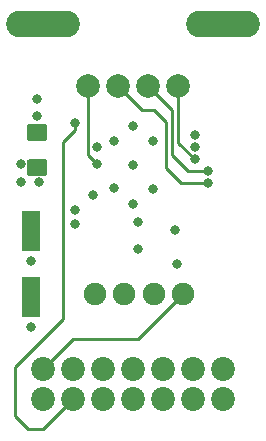
<source format=gbl>
G04 #@! TF.GenerationSoftware,KiCad,Pcbnew,(5.0.2)-1*
G04 #@! TF.CreationDate,2019-01-20T10:13:28-05:00*
G04 #@! TF.ProjectId,motorDriverCard,6d6f746f-7244-4726-9976-657243617264,rev?*
G04 #@! TF.SameCoordinates,Original*
G04 #@! TF.FileFunction,Copper,L6,Bot*
G04 #@! TF.FilePolarity,Positive*
%FSLAX46Y46*%
G04 Gerber Fmt 4.6, Leading zero omitted, Abs format (unit mm)*
G04 Created by KiCad (PCBNEW (5.0.2)-1) date 1/20/2019 10:13:28 AM*
%MOMM*%
%LPD*%
G01*
G04 APERTURE LIST*
G04 #@! TA.AperFunction,ComponentPad*
%ADD10C,1.900000*%
G04 #@! TD*
G04 #@! TA.AperFunction,ComponentPad*
%ADD11C,2.000000*%
G04 #@! TD*
G04 #@! TA.AperFunction,SMDPad,CuDef*
%ADD12R,1.600000X3.500000*%
G04 #@! TD*
G04 #@! TA.AperFunction,Conductor*
%ADD13C,0.100000*%
G04 #@! TD*
G04 #@! TA.AperFunction,SMDPad,CuDef*
%ADD14C,1.425000*%
G04 #@! TD*
G04 #@! TA.AperFunction,ComponentPad*
%ADD15O,6.230000X2.270000*%
G04 #@! TD*
G04 #@! TA.AperFunction,ComponentPad*
%ADD16C,2.020000*%
G04 #@! TD*
G04 #@! TA.AperFunction,ViaPad*
%ADD17C,0.800000*%
G04 #@! TD*
G04 #@! TA.AperFunction,Conductor*
%ADD18C,0.250000*%
G04 #@! TD*
G04 APERTURE END LIST*
D10*
G04 #@! TO.P,Encoder1,1*
G04 #@! TO.N,+5V*
X9458000Y-25400000D03*
G04 #@! TO.P,Encoder1,2*
G04 #@! TO.N,GND*
X11958000Y-25400000D03*
G04 #@! TO.P,Encoder1,3*
G04 #@! TO.N,Motor1EncoderA*
X14458000Y-25400000D03*
G04 #@! TO.P,Encoder1,4*
G04 #@! TO.N,Motor1EncoderB*
X16958000Y-25400000D03*
G04 #@! TD*
D11*
G04 #@! TO.P,SPI1,1*
G04 #@! TO.N,mcuSO*
X8890000Y-7747000D03*
G04 #@! TO.P,SPI1,2*
G04 #@! TO.N,mcuSI*
X11430000Y-7747000D03*
G04 #@! TO.P,SPI1,3*
G04 #@! TO.N,CSN*
X13970000Y-7747000D03*
G04 #@! TO.P,SPI1,4*
G04 #@! TO.N,SCK*
X16510000Y-7747000D03*
G04 #@! TD*
D12*
G04 #@! TO.P,C1,1*
G04 #@! TO.N,+15V*
X4064000Y-20060000D03*
G04 #@! TO.P,C1,2*
G04 #@! TO.N,GND*
X4064000Y-25660000D03*
G04 #@! TD*
D13*
G04 #@! TO.N,+15V*
G04 #@! TO.C,C3*
G36*
X5221504Y-13984204D02*
X5245773Y-13987804D01*
X5269571Y-13993765D01*
X5292671Y-14002030D01*
X5314849Y-14012520D01*
X5335893Y-14025133D01*
X5355598Y-14039747D01*
X5373777Y-14056223D01*
X5390253Y-14074402D01*
X5404867Y-14094107D01*
X5417480Y-14115151D01*
X5427970Y-14137329D01*
X5436235Y-14160429D01*
X5442196Y-14184227D01*
X5445796Y-14208496D01*
X5447000Y-14233000D01*
X5447000Y-15158000D01*
X5445796Y-15182504D01*
X5442196Y-15206773D01*
X5436235Y-15230571D01*
X5427970Y-15253671D01*
X5417480Y-15275849D01*
X5404867Y-15296893D01*
X5390253Y-15316598D01*
X5373777Y-15334777D01*
X5355598Y-15351253D01*
X5335893Y-15365867D01*
X5314849Y-15378480D01*
X5292671Y-15388970D01*
X5269571Y-15397235D01*
X5245773Y-15403196D01*
X5221504Y-15406796D01*
X5197000Y-15408000D01*
X3947000Y-15408000D01*
X3922496Y-15406796D01*
X3898227Y-15403196D01*
X3874429Y-15397235D01*
X3851329Y-15388970D01*
X3829151Y-15378480D01*
X3808107Y-15365867D01*
X3788402Y-15351253D01*
X3770223Y-15334777D01*
X3753747Y-15316598D01*
X3739133Y-15296893D01*
X3726520Y-15275849D01*
X3716030Y-15253671D01*
X3707765Y-15230571D01*
X3701804Y-15206773D01*
X3698204Y-15182504D01*
X3697000Y-15158000D01*
X3697000Y-14233000D01*
X3698204Y-14208496D01*
X3701804Y-14184227D01*
X3707765Y-14160429D01*
X3716030Y-14137329D01*
X3726520Y-14115151D01*
X3739133Y-14094107D01*
X3753747Y-14074402D01*
X3770223Y-14056223D01*
X3788402Y-14039747D01*
X3808107Y-14025133D01*
X3829151Y-14012520D01*
X3851329Y-14002030D01*
X3874429Y-13993765D01*
X3898227Y-13987804D01*
X3922496Y-13984204D01*
X3947000Y-13983000D01*
X5197000Y-13983000D01*
X5221504Y-13984204D01*
X5221504Y-13984204D01*
G37*
D14*
G04 #@! TD*
G04 #@! TO.P,C3,1*
G04 #@! TO.N,+15V*
X4572000Y-14695500D03*
D13*
G04 #@! TO.N,GND*
G04 #@! TO.C,C3*
G36*
X5221504Y-11009204D02*
X5245773Y-11012804D01*
X5269571Y-11018765D01*
X5292671Y-11027030D01*
X5314849Y-11037520D01*
X5335893Y-11050133D01*
X5355598Y-11064747D01*
X5373777Y-11081223D01*
X5390253Y-11099402D01*
X5404867Y-11119107D01*
X5417480Y-11140151D01*
X5427970Y-11162329D01*
X5436235Y-11185429D01*
X5442196Y-11209227D01*
X5445796Y-11233496D01*
X5447000Y-11258000D01*
X5447000Y-12183000D01*
X5445796Y-12207504D01*
X5442196Y-12231773D01*
X5436235Y-12255571D01*
X5427970Y-12278671D01*
X5417480Y-12300849D01*
X5404867Y-12321893D01*
X5390253Y-12341598D01*
X5373777Y-12359777D01*
X5355598Y-12376253D01*
X5335893Y-12390867D01*
X5314849Y-12403480D01*
X5292671Y-12413970D01*
X5269571Y-12422235D01*
X5245773Y-12428196D01*
X5221504Y-12431796D01*
X5197000Y-12433000D01*
X3947000Y-12433000D01*
X3922496Y-12431796D01*
X3898227Y-12428196D01*
X3874429Y-12422235D01*
X3851329Y-12413970D01*
X3829151Y-12403480D01*
X3808107Y-12390867D01*
X3788402Y-12376253D01*
X3770223Y-12359777D01*
X3753747Y-12341598D01*
X3739133Y-12321893D01*
X3726520Y-12300849D01*
X3716030Y-12278671D01*
X3707765Y-12255571D01*
X3701804Y-12231773D01*
X3698204Y-12207504D01*
X3697000Y-12183000D01*
X3697000Y-11258000D01*
X3698204Y-11233496D01*
X3701804Y-11209227D01*
X3707765Y-11185429D01*
X3716030Y-11162329D01*
X3726520Y-11140151D01*
X3739133Y-11119107D01*
X3753747Y-11099402D01*
X3770223Y-11081223D01*
X3788402Y-11064747D01*
X3808107Y-11050133D01*
X3829151Y-11037520D01*
X3851329Y-11027030D01*
X3874429Y-11018765D01*
X3898227Y-11012804D01*
X3922496Y-11009204D01*
X3947000Y-11008000D01*
X5197000Y-11008000D01*
X5221504Y-11009204D01*
X5221504Y-11009204D01*
G37*
D14*
G04 #@! TD*
G04 #@! TO.P,C3,2*
G04 #@! TO.N,GND*
X4572000Y-11720500D03*
D15*
G04 #@! TO.P,MotorOut1,1*
G04 #@! TO.N,motorControlOut1*
X5080000Y-2540000D03*
G04 #@! TD*
G04 #@! TO.P,MotorGnd1,1*
G04 #@! TO.N,motorGnd1*
X20320000Y-2540000D03*
G04 #@! TD*
D16*
G04 #@! TO.P,CardConnector1,1*
G04 #@! TO.N,sda*
X20320000Y-34290000D03*
G04 #@! TO.P,CardConnector1,2*
G04 #@! TO.N,scl*
X20320000Y-31750000D03*
G04 #@! TO.P,CardConnector1,3*
G04 #@! TO.N,+3V3*
X17780000Y-34290000D03*
G04 #@! TO.P,CardConnector1,4*
G04 #@! TO.N,+5V*
X17780000Y-31750000D03*
G04 #@! TO.P,CardConnector1,5*
G04 #@! TO.N,+15V*
X15240000Y-34290000D03*
G04 #@! TO.P,CardConnector1,6*
X15240000Y-31750000D03*
G04 #@! TO.P,CardConnector1,7*
G04 #@! TO.N,GND*
X12700000Y-34290000D03*
G04 #@! TO.P,CardConnector1,8*
G04 #@! TO.N,Motor1EncoderB_3v3*
X12700000Y-31750000D03*
G04 #@! TO.P,CardConnector1,9*
G04 #@! TO.N,GND*
X10160000Y-34290000D03*
G04 #@! TO.P,CardConnector1,10*
G04 #@! TO.N,Motor1EncoderA_3v3*
X10160000Y-31750000D03*
G04 #@! TO.P,CardConnector1,11*
G04 #@! TO.N,motorDir1*
X7620000Y-34290000D03*
G04 #@! TO.P,CardConnector1,12*
G04 #@! TO.N,Motor1EncoderA*
X7620000Y-31750000D03*
G04 #@! TO.P,CardConnector1,13*
G04 #@! TO.N,motorPwm1*
X5080000Y-34290000D03*
G04 #@! TO.P,CardConnector1,14*
G04 #@! TO.N,Motor1EncoderB*
X5080000Y-31750000D03*
G04 #@! TD*
D17*
G04 #@! TO.N,+5V*
X13081000Y-21590000D03*
G04 #@! TO.N,GND*
X9271000Y-17018000D03*
X14351000Y-16510000D03*
X11049000Y-16383000D03*
X14351000Y-12446000D03*
X11049000Y-12446000D03*
X12700000Y-14478000D03*
X12700000Y-17780000D03*
X12700000Y-11176000D03*
X4064000Y-28194000D03*
X4064000Y-26924000D03*
X4064000Y-25654000D03*
X16383000Y-22860000D03*
X4572000Y-11684000D03*
X17945100Y-12966700D03*
X7747000Y-19431000D03*
X7747000Y-18288000D03*
X7747000Y-18288000D03*
X7747000Y-18288000D03*
X4572000Y-10287000D03*
X4572000Y-8890000D03*
G04 #@! TO.N,+3V3*
X13081000Y-19304000D03*
X16256000Y-19939000D03*
X9652000Y-12992100D03*
G04 #@! TO.N,motorDir1*
X7747000Y-10922000D03*
G04 #@! TO.N,motorPwm1*
X17919700Y-11963400D03*
G04 #@! TO.N,mcuSO*
X9652000Y-14351000D03*
G04 #@! TO.N,mcuSI*
X19050000Y-16002000D03*
G04 #@! TO.N,CSN*
X19050000Y-14986000D03*
G04 #@! TO.N,SCK*
X17919700Y-13982700D03*
G04 #@! TO.N,+15V*
X4064000Y-22606000D03*
X4064000Y-20060000D03*
X4064000Y-18796000D03*
X4699000Y-14351000D03*
X4699000Y-15875000D03*
X3175000Y-14351000D03*
X3175000Y-15875000D03*
G04 #@! TD*
D18*
G04 #@! TO.N,Motor1EncoderB*
X6089999Y-30740001D02*
X5080000Y-31750000D01*
X6415001Y-30414999D02*
X6089999Y-30740001D01*
X7620000Y-29210000D02*
X13148000Y-29210000D01*
X6089999Y-30740001D02*
X7620000Y-29210000D01*
X16958000Y-25400000D02*
X13148000Y-29210000D01*
G04 #@! TO.N,motorDir1*
X6742599Y-18839189D02*
X6742599Y-27443599D01*
X6742599Y-12492086D02*
X6742599Y-13208000D01*
X7747000Y-11487685D02*
X6742599Y-12492086D01*
X7747000Y-10922000D02*
X7747000Y-11487685D01*
X6742599Y-12650301D02*
X6742599Y-13208000D01*
X6742599Y-13208000D02*
X6742599Y-18839189D01*
X3429000Y-30788788D02*
X6742599Y-27475189D01*
X2667000Y-31550788D02*
X3429000Y-30788788D01*
X2667000Y-35687000D02*
X2667000Y-31550788D01*
X3810000Y-36830000D02*
X2667000Y-35687000D01*
X5080000Y-36830000D02*
X3810000Y-36830000D01*
X7620000Y-34290000D02*
X5080000Y-36830000D01*
G04 #@! TO.N,motorPwm1*
X17919700Y-11963400D02*
X18014802Y-11963400D01*
G04 #@! TO.N,mcuSO*
X8890000Y-13589000D02*
X9652000Y-14351000D01*
X8890000Y-7747000D02*
X8890000Y-13589000D01*
G04 #@! TO.N,mcuSI*
X16764000Y-16002000D02*
X19050000Y-16002000D01*
X15494000Y-14732000D02*
X16764000Y-16002000D01*
X15494000Y-10795000D02*
X15494000Y-14732000D01*
X14478000Y-9779000D02*
X15494000Y-10795000D01*
X11430000Y-7747000D02*
X13462000Y-9779000D01*
X13462000Y-9779000D02*
X14478000Y-9779000D01*
G04 #@! TO.N,CSN*
X16002000Y-13608585D02*
X17379415Y-14986000D01*
X16002000Y-9779000D02*
X16002000Y-13608585D01*
X13970000Y-7747000D02*
X16002000Y-9779000D01*
X17653000Y-14986000D02*
X19050000Y-14986000D01*
X17653000Y-14986000D02*
X17945100Y-14986000D01*
X17379415Y-14986000D02*
X17653000Y-14986000D01*
G04 #@! TO.N,SCK*
X16510000Y-12573000D02*
X17919700Y-13982700D01*
X16510000Y-7747000D02*
X16510000Y-12573000D01*
G04 #@! TD*
M02*

</source>
